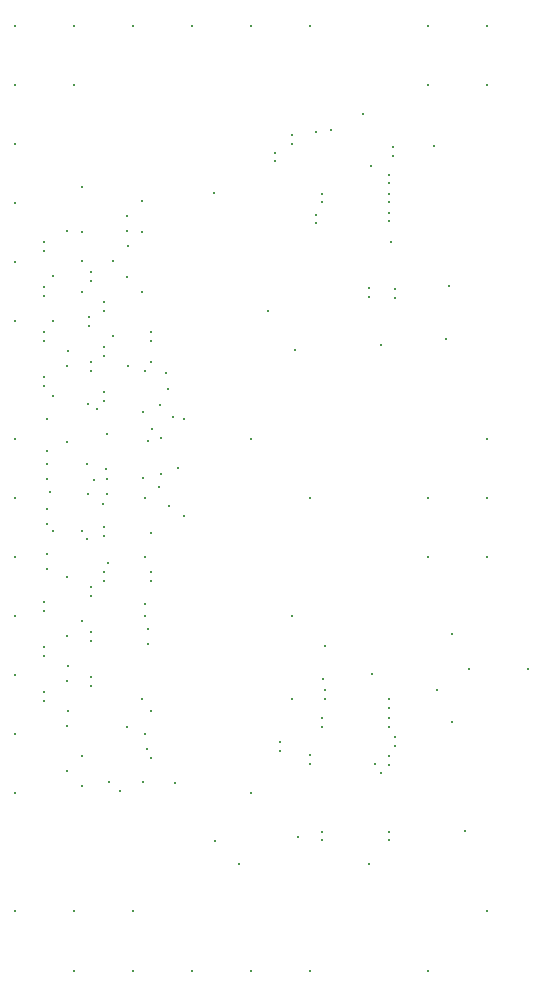
<source format=gbr>
%TF.GenerationSoftware,Altium Limited,Altium Designer,21.5.1 (32)*%
G04 Layer_Color=0*
%FSLAX45Y45*%
%MOMM*%
%TF.SameCoordinates,51D5493F-A844-4614-94AE-4B196E198A34*%
%TF.FilePolarity,Positive*%
%TF.FileFunction,Plated,1,4,PTH,Drill*%
%TF.Part,Single*%
G01*
G75*
%TA.AperFunction,ViaDrill,NotFilled*%
%ADD68C,0.30000*%
D68*
X2200000Y1600000D02*
D03*
X2875000Y5750000D02*
D03*
X2400000Y1400000D02*
D03*
X1130000Y5957300D02*
D03*
X3700000Y7400000D02*
D03*
Y7472700D02*
D03*
X1130000Y6030000D02*
D03*
X1575000Y2800000D02*
D03*
X1650000Y5650000D02*
D03*
X1600000Y5575000D02*
D03*
X1800000Y5425000D02*
D03*
X1837922Y5188925D02*
D03*
X4500000Y8500000D02*
D03*
Y8000000D02*
D03*
Y5000000D02*
D03*
Y4500000D02*
D03*
Y4000000D02*
D03*
Y1000000D02*
D03*
X4000000Y8500000D02*
D03*
Y8000000D02*
D03*
Y4500000D02*
D03*
Y4000000D02*
D03*
Y500000D02*
D03*
X3000000Y8500000D02*
D03*
Y4500000D02*
D03*
Y500000D02*
D03*
X2500000Y8500000D02*
D03*
Y5000000D02*
D03*
Y2000000D02*
D03*
Y500000D02*
D03*
X2000000Y8500000D02*
D03*
Y500000D02*
D03*
X1500000Y8500000D02*
D03*
Y1000000D02*
D03*
Y500000D02*
D03*
X1000000Y8500000D02*
D03*
Y8000000D02*
D03*
Y1000000D02*
D03*
Y500000D02*
D03*
X500000Y8500000D02*
D03*
Y8000000D02*
D03*
Y7500000D02*
D03*
Y7000000D02*
D03*
Y6500000D02*
D03*
Y6000000D02*
D03*
Y5000000D02*
D03*
Y4500000D02*
D03*
Y4000000D02*
D03*
Y3500000D02*
D03*
Y3000000D02*
D03*
Y2500000D02*
D03*
Y2000000D02*
D03*
Y1000000D02*
D03*
X2644269Y6084534D02*
D03*
X1142000Y3366350D02*
D03*
Y3293650D02*
D03*
X3720000Y2476354D02*
D03*
Y2403655D02*
D03*
X1860000Y2090000D02*
D03*
X1258000Y4182650D02*
D03*
X3125000Y2802300D02*
D03*
X1258000Y4255350D02*
D03*
X3125000Y2875000D02*
D03*
X1290000Y3950000D02*
D03*
X2190000Y7080000D02*
D03*
X3673024Y2316334D02*
D03*
X1142000Y2985350D02*
D03*
X3673024Y2243635D02*
D03*
X1142000Y2912650D02*
D03*
X3690000Y6670000D02*
D03*
X750000Y6668350D02*
D03*
Y6595650D02*
D03*
X3500000Y6276356D02*
D03*
Y6203656D02*
D03*
X3719784Y6197943D02*
D03*
Y6270643D02*
D03*
X3450000Y7750000D02*
D03*
X3517730Y7313223D02*
D03*
X3600000Y5800000D02*
D03*
X3525822Y3013540D02*
D03*
X3550000Y2250000D02*
D03*
X3600000Y2173167D02*
D03*
X3500000Y1400000D02*
D03*
X820500Y6381000D02*
D03*
X4200000Y3345000D02*
D03*
X3175007Y7615848D02*
D03*
X3050000Y7600000D02*
D03*
X2850000Y7572700D02*
D03*
Y7500000D02*
D03*
X1625000Y3265000D02*
D03*
X3110726Y2970873D02*
D03*
X1625000Y3392000D02*
D03*
X3125000Y3250000D02*
D03*
X2850000Y2800000D02*
D03*
Y3500000D02*
D03*
X4050550Y7480009D02*
D03*
X4150000Y5850000D02*
D03*
X4350000Y3050000D02*
D03*
X4850000D02*
D03*
X4175000Y6295000D02*
D03*
X2898852Y1628258D02*
D03*
X4315000Y1680000D02*
D03*
X4200000Y2600000D02*
D03*
X1300000Y2100000D02*
D03*
X1650000Y2700000D02*
D03*
X1600000Y3500000D02*
D03*
Y3600000D02*
D03*
Y4000000D02*
D03*
X1653705Y4203705D02*
D03*
X1250000Y4450000D02*
D03*
X1660000Y5085471D02*
D03*
X1628516Y4979555D02*
D03*
X1738949Y5005000D02*
D03*
X1200000Y5250000D02*
D03*
X1455500Y5619000D02*
D03*
X1328500Y5873000D02*
D03*
X1579500Y6248000D02*
D03*
X1452500Y6375000D02*
D03*
X1330000Y6503500D02*
D03*
X1457000Y6630500D02*
D03*
X1579500Y6756000D02*
D03*
X1451000Y6760500D02*
D03*
Y6887500D02*
D03*
X1578000Y7014500D02*
D03*
X1071500Y7137000D02*
D03*
X943000Y6760500D02*
D03*
X1071500Y6756000D02*
D03*
X1070000Y6506500D02*
D03*
X1071500Y6248000D02*
D03*
X820500Y6000000D02*
D03*
X947500Y5746000D02*
D03*
X943000Y5617500D02*
D03*
X822000Y5360500D02*
D03*
X944500Y4978000D02*
D03*
X1173237Y4652700D02*
D03*
X800000Y4550000D02*
D03*
X1070000Y4220500D02*
D03*
X822000Y4217500D02*
D03*
X944500Y3835000D02*
D03*
X1070000Y3458500D02*
D03*
X943000Y3331500D02*
D03*
X947500Y3079000D02*
D03*
X943000Y2950500D02*
D03*
X947500Y2698000D02*
D03*
X943000Y2569500D02*
D03*
X1070000Y2061500D02*
D03*
Y2315500D02*
D03*
X943000Y2188500D02*
D03*
X1600000Y2500000D02*
D03*
X1452500Y2565000D02*
D03*
X1624250Y2376750D02*
D03*
X1590000Y2100000D02*
D03*
Y5230000D02*
D03*
X1730000Y5290000D02*
D03*
X1780000Y5560000D02*
D03*
X1116250Y4154750D02*
D03*
X1600000Y4500000D02*
D03*
X1934009Y5166050D02*
D03*
X1590000Y4670000D02*
D03*
X1740000Y4700000D02*
D03*
X1881309Y4751098D02*
D03*
X1934009Y4348596D02*
D03*
X775000Y4900000D02*
D03*
X1275000Y4750000D02*
D03*
X1804983Y4430000D02*
D03*
X1116250Y4789750D02*
D03*
X1117000Y4535000D02*
D03*
Y5297000D02*
D03*
X1725000Y4589999D02*
D03*
X4075000Y2875000D02*
D03*
X775000Y4665000D02*
D03*
Y3903000D02*
D03*
Y4284000D02*
D03*
X1283000Y4538000D02*
D03*
X3000000Y2322700D02*
D03*
Y2250000D02*
D03*
X2745749Y2432625D02*
D03*
Y2359925D02*
D03*
X775000Y4030000D02*
D03*
Y4411000D02*
D03*
X1283000Y4665000D02*
D03*
X775000Y4792000D02*
D03*
X1283000Y5046000D02*
D03*
X775000Y5173000D02*
D03*
X3050000Y6897700D02*
D03*
Y6825000D02*
D03*
X1650000Y2300000D02*
D03*
X1389000Y2016000D02*
D03*
X3100000Y1676356D02*
D03*
Y1603656D02*
D03*
X1258000Y3801650D02*
D03*
Y3874350D02*
D03*
X3673024Y2723644D02*
D03*
Y2796344D02*
D03*
X750000Y3620350D02*
D03*
X3100000Y2636349D02*
D03*
X1142000Y3747350D02*
D03*
Y3674650D02*
D03*
X3100000Y2563649D02*
D03*
X3673024Y2636349D02*
D03*
Y2563649D02*
D03*
X750000Y3547650D02*
D03*
X3673024Y1603656D02*
D03*
Y1676356D02*
D03*
X1258000Y6087650D02*
D03*
Y6160350D02*
D03*
X2700000Y7422700D02*
D03*
Y7350000D02*
D03*
X750000Y5525350D02*
D03*
X3673024Y6916335D02*
D03*
Y6843635D02*
D03*
Y7163649D02*
D03*
Y7236349D02*
D03*
X1258000Y5779350D02*
D03*
Y5706650D02*
D03*
X1142000Y5579650D02*
D03*
Y5652350D02*
D03*
X1650000Y5906350D02*
D03*
Y5833650D02*
D03*
X750000D02*
D03*
Y5906350D02*
D03*
Y6214650D02*
D03*
Y6287350D02*
D03*
X1650000Y3801650D02*
D03*
Y3874350D02*
D03*
X3673024Y7003655D02*
D03*
Y7076355D02*
D03*
X3100000Y7003655D02*
D03*
Y7076355D02*
D03*
X1258000Y5325650D02*
D03*
Y5398350D02*
D03*
X1142000Y6414350D02*
D03*
Y6341650D02*
D03*
X750000Y2785650D02*
D03*
Y2858350D02*
D03*
Y3166650D02*
D03*
Y3239350D02*
D03*
Y5452650D02*
D03*
%TF.MD5,e37dda3d3852fb01ae9ba5ddcb838e21*%
M02*

</source>
